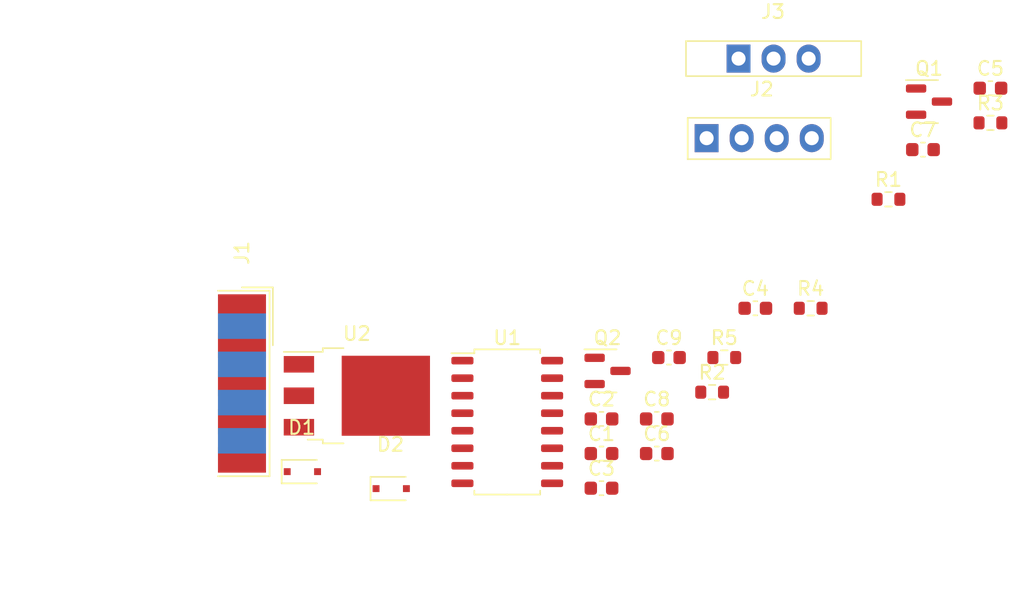
<source format=kicad_pcb>
(kicad_pcb (version 20211014) (generator pcbnew)
  (layers (0 "F.Cu" signal) (31 "B.Cu" signal) (34 "B.Paste" user) (35 "F.Paste" user) (36 "B.SilkS" user "B.Silkscreen") (37 "F.SilkS" user "F.Silkscreen") (38 "B.Mask" user) (39 "F.Mask" user) (44 "Edge.Cuts" user))
  (net 0 "")
  (net 1 "+5V")
  (net 2 "GNDREF")
  (net 3 "Net-(U1-Pad4)")
  (net 4 "+24V")
  (net 5 "CCTALK-DATA")
  (net 6 "TX")
  (net 8 "TXout")
  (net 9 "RXout")
  (net 15 "RX")
  (net 16 "Net-(Q1-Pad1)")
  (net 17 "Net-(Q1-Pad3)")
  (net 18 "Net-(Q2-Pad1)")
  (net 19 "Net-(Q2-Pad3)")
  (net 24 "Net-(C1-Pad2)")
  (net 25 "Net-(C2-Pad1)")
  (net 26 "Net-(C3-Pad2)")
  (net 27 "Net-(C6-Pad1)")
  (net 28 "Net-(C6-Pad2)")
  (net 29 "Net-(D2-Pad2)")
  (footprint "RS232-to-CCtalk-converter-lib:C_0603_1608Metric" (layer "F.Cu") (at 148.31 88.53)
    (fp_text reference "C4" (at 0 -1.43) (layer "F.SilkS"))
    (fp_text value "1uF")
    (fp_line (start -0.14058 -0.51) (end 0.14058 -0.51) (layer "F.SilkS") (width 0.12))
    (fp_line (start -0.14058 0.51) (end 0.14058 0.51) (layer "F.SilkS") (width 0.12))
    (pad "1" smd roundrect (at -0.775 0) (size 0.9 0.95) (layers "F.Cu" "F.Paste" "F.Mask") (net 1 "+5V"))
    (pad "2" smd roundrect (at 0.775 0) (size 0.9 0.95) (layers "F.Cu" "F.Paste" "F.Mask") (net 2 "GNDREF"))
  )
  (footprint "RS232-to-CCtalk-converter-lib:R_0603_1608Metric" (layer "F.Cu") (at 145.18 94.61)
    (fp_text reference "R2" (at 0 -1.43) (layer "F.SilkS"))
    (fp_text value "56R")
    (fp_line (start -0.237258 0.5225) (end 0.237258 0.5225) (layer "F.SilkS") (width 0.12))
    (fp_line (start -0.237258 -0.5225) (end 0.237258 -0.5225) (layer "F.SilkS") (width 0.12))
    (pad "1" smd roundrect (at -0.825 0) (size 0.8 0.95) (layers "F.Cu" "F.Paste" "F.Mask") (net 17 "Net-(Q1-Pad3)"))
    (pad "2" smd roundrect (at 0.825 0) (size 0.8 0.95) (layers "F.Cu" "F.Paste" "F.Mask") (net 5 "CCTALK-DATA"))
  )
  (footprint "RS232-to-CCtalk-converter-lib:C_0603_1608Metric" (layer "F.Cu") (at 137.16 96.55)
    (fp_text reference "C2" (at 0 -1.43) (layer "F.SilkS"))
    (fp_text value "1uF")
    (fp_line (start -0.14058 -0.51) (end 0.14058 -0.51) (layer "F.SilkS") (width 0.12))
    (fp_line (start -0.14058 0.51) (end 0.14058 0.51) (layer "F.SilkS") (width 0.12))
    (pad "1" smd roundrect (at -0.775 0) (size 0.9 0.95) (layers "F.Cu" "F.Paste" "F.Mask") (net 25 "Net-(C2-Pad1)"))
    (pad "2" smd roundrect (at 0.775 0) (size 0.9 0.95) (layers "F.Cu" "F.Paste" "F.Mask") (net 2 "GNDREF"))
  )
  (footprint "RS232-to-CCtalk-converter-lib:R_0603_1608Metric" (layer "F.Cu") (at 152.32 88.53)
    (fp_text reference "R4" (at 0 -1.43) (layer "F.SilkS"))
    (fp_text value "10K")
    (fp_line (start -0.237258 0.5225) (end 0.237258 0.5225) (layer "F.SilkS") (width 0.12))
    (fp_line (start -0.237258 -0.5225) (end 0.237258 -0.5225) (layer "F.SilkS") (width 0.12))
    (pad "1" smd roundrect (at -0.825 0) (size 0.8 0.95) (layers "F.Cu" "F.Paste" "F.Mask") (net 19 "Net-(Q2-Pad3)"))
    (pad "2" smd roundrect (at 0.825 0) (size 0.8 0.95) (layers "F.Cu" "F.Paste" "F.Mask") (net 16 "Net-(Q1-Pad1)"))
  )
  (footprint "RS232-to-CCtalk-converter-lib:C_0603_1608Metric" (layer "F.Cu") (at 141.17 96.55)
    (fp_text reference "C8" (at 0 -1.43) (layer "F.SilkS"))
    (fp_text value "10uF")
    (fp_line (start -0.14058 -0.51) (end 0.14058 -0.51) (layer "F.SilkS") (width 0.12))
    (fp_line (start -0.14058 0.51) (end 0.14058 0.51) (layer "F.SilkS") (width 0.12))
    (pad "1" smd roundrect (at -0.775 0) (size 0.9 0.95) (layers "F.Cu" "F.Paste" "F.Mask") (net 1 "+5V"))
    (pad "2" smd roundrect (at 0.775 0) (size 0.9 0.95) (layers "F.Cu" "F.Paste" "F.Mask") (net 2 "GNDREF"))
  )
  (footprint "RS232-to-CCtalk-converter-lib:R_0603_1608Metric" (layer "F.Cu") (at 157.96 80.63)
    (fp_text reference "R1" (at 0 -1.43) (layer "F.SilkS"))
    (fp_text value "10K")
    (fp_line (start -0.237258 -0.5225) (end 0.237258 -0.5225) (layer "F.SilkS") (width 0.12))
    (fp_line (start -0.237258 0.5225) (end 0.237258 0.5225) (layer "F.SilkS") (width 0.12))
    (pad "1" smd roundrect (at -0.825 0) (size 0.8 0.95) (layers "F.Cu" "F.Paste" "F.Mask") (net 1 "+5V"))
    (pad "2" smd roundrect (at 0.825 0) (size 0.8 0.95) (layers "F.Cu" "F.Paste" "F.Mask") (net 5 "CCTALK-DATA"))
  )
  (footprint "RS232-to-CCtalk-converter-lib:SOT-23" (layer "F.Cu") (at 160.9 73.55)
    (fp_text reference "Q1" (at 0 -2.4) (layer "F.SilkS"))
    (fp_text value "BC847")
    (fp_line (start 0 1.56) (end -0.65 1.56) (layer "F.SilkS") (width 0.12))
    (fp_line (start 0 1.56) (end 0.65 1.56) (layer "F.SilkS") (width 0.12))
    (fp_line (start 0 -1.56) (end -1.675 -1.56) (layer "F.SilkS") (width 0.12))
    (fp_line (start 0 -1.56) (end 0.65 -1.56) (layer "F.SilkS") (width 0.12))
    (pad "1" smd roundrect (at -0.9375 -0.95) (size 1.475 0.6) (layers "F.Cu" "F.Paste" "F.Mask") (net 16 "Net-(Q1-Pad1)"))
    (pad "2" smd roundrect (at -0.9375 0.95) (size 1.475 0.6) (layers "F.Cu" "F.Paste" "F.Mask") (net 2 "GNDREF"))
    (pad "3" smd roundrect (at 0.9375 0) (size 1.475 0.6) (layers "F.Cu" "F.Paste" "F.Mask") (net 17 "Net-(Q1-Pad3)"))
  )
  (footprint "RS232-to-CCtalk-converter-lib:R_0603_1608Metric" (layer "F.Cu") (at 146.06 92.1)
    (fp_text reference "R5" (at 0 -1.43) (layer "F.SilkS"))
    (fp_text value "100K")
    (fp_line (start -0.237258 -0.5225) (end 0.237258 -0.5225) (layer "F.SilkS") (width 0.12))
    (fp_line (start -0.237258 0.5225) (end 0.237258 0.5225) (layer "F.SilkS") (width 0.12))
    (pad "1" smd roundrect (at -0.825 0) (size 0.8 0.95) (layers "F.Cu" "F.Paste" "F.Mask") (net 2 "GNDREF"))
    (pad "2" smd roundrect (at 0.825 0) (size 0.8 0.95) (layers "F.Cu" "F.Paste" "F.Mask") (net 16 "Net-(Q1-Pad1)"))
  )
  (footprint "RS232-to-CCtalk-converter-lib:C_0603_1608Metric" (layer "F.Cu") (at 137.16 101.57)
    (fp_text reference "C3" (at 0 -1.43) (layer "F.SilkS"))
    (fp_text value "1uF")
    (fp_line (start -0.14058 -0.51) (end 0.14058 -0.51) (layer "F.SilkS") (width 0.12))
    (fp_line (start -0.14058 0.51) (end 0.14058 0.51) (layer "F.SilkS") (width 0.12))
    (pad "1" smd roundrect (at -0.775 0) (size 0.9 0.95) (layers "F.Cu" "F.Paste" "F.Mask") (net 3 "Net-(U1-Pad4)"))
    (pad "2" smd roundrect (at 0.775 0) (size 0.9 0.95) (layers "F.Cu" "F.Paste" "F.Mask") (net 26 "Net-(C3-Pad2)"))
  )
  (footprint "RS232-to-CCtalk-converter-lib:D_SOD-323F" (layer "F.Cu") (at 115.48 100.37)
    (fp_text reference "D1" (at -0.0508 -3.2004) (layer "F.SilkS"))
    (fp_text value "BAT54J")
    (fp_line (start -1.5 -0.85) (end -1.5 0.85) (layer "F.SilkS") (width 0.12))
    (fp_line (start -1.5 0.85) (end 1.05 0.85) (layer "F.SilkS") (width 0.12))
    (fp_line (start -1.5 -0.85) (end 1.05 -0.85) (layer "F.SilkS") (width 0.12))
    (pad "1" smd rect (at -1.1 0) (size 0.5 0.5) (layers "F.Cu" "F.Paste" "F.Mask") (net 5 "CCTALK-DATA"))
    (pad "2" smd rect (at 1.1 0) (size 0.5 0.5) (layers "F.Cu" "F.Paste" "F.Mask") (net 6 "TX"))
  )
  (footprint "RS232-to-CCtalk-converter-lib:C_0603_1608Metric" (layer "F.Cu") (at 142.05 92.1)
    (fp_text reference "C9" (at 0 -1.43) (layer "F.SilkS"))
    (fp_text value "100nF")
    (fp_line (start -0.14058 -0.51) (end 0.14058 -0.51) (layer "F.SilkS") (width 0.12))
    (fp_line (start -0.14058 0.51) (end 0.14058 0.51) (layer "F.SilkS") (width 0.12))
    (pad "1" smd roundrect (at -0.775 0) (size 0.9 0.95) (layers "F.Cu" "F.Paste" "F.Mask") (net 1 "+5V"))
    (pad "2" smd roundrect (at 0.775 0) (size 0.9 0.95) (layers "F.Cu" "F.Paste" "F.Mask") (net 2 "GNDREF"))
  )
  (footprint "RS232-to-CCtalk-converter-lib:FanPinHeader_1x04_P2.54mm_Vertical" (layer "F.Cu") (at 144.78 76.2)
    (fp_text reference "J2" (at 4 -3.55) (layer "F.SilkS"))
    (fp_text value "Conn_01x04")
    (fp_rect (start -1.3716 1.524) (end 8.9916 -1.4732) (layer "F.SilkS") (width 0.12) (fill none))
    (pad "1" thru_hole rect (at 0 0 90) (size 2.03 1.73) (drill 1.02) (layers *.Cu *.Mask) (net 1 "+5V"))
    (pad "2" thru_hole oval (at 2.54 0 90) (size 2.03 1.73) (drill 1.02) (layers *.Cu *.Mask) (net 15 "RX"))
    (pad "3" thru_hole oval (at 5.08 0 90) (size 2.03 1.73) (drill 1.02) (layers *.Cu *.Mask) (net 6 "TX"))
    (pad "4" thru_hole oval (at 7.62 0 90) (size 2.03 1.73) (drill 1.02) (layers *.Cu *.Mask) (net 2 "GNDREF"))
  )
  (footprint "RS232-to-CCtalk-converter-lib:DSUB-9_Male_EdgeMount_P2.77mm" (layer "F.Cu") (at 111.1025 93.98 -90)
    (fp_text reference "J1" (at -9.463333 0 90) (layer "F.SilkS"))
    (fp_text value "DB9_Male")
    (fp_line (start 6.723333 1.74) (end 6.723333 -2) (layer "F.SilkS") (width 0.12))
    (fp_line (start -6.723333 -2) (end -6.723333 1.74) (layer "F.SilkS") (width 0.12))
    (fp_line (start -6.963333 -2.24) (end -2.77 -2.24) (layer "F.SilkS") (width 0.12))
    (fp_line (start -6.963333 0) (end -6.963333 -2.24) (layer "F.SilkS") (width 0.12))
    (fp_line (start 6.723333 -2) (end -6.723333 -2) (layer "F.SilkS") (width 0.12))
    (pad "1" smd rect (at -5.54 0 270) (size 1.846667 3.48) (layers "F.Cu" "F.Paste" "F.Mask"))
    (pad "2" smd rect (at -2.77 0 270) (size 1.846667 3.48) (layers "F.Cu" "F.Paste" "F.Mask") (net 8 "TXout"))
    (pad "3" smd rect (at 0 0 270) (size 1.846667 3.48) (layers "F.Cu" "F.Paste" "F.Mask") (net 9 "RXout"))
    (pad "4" smd rect (at 2.77 0 270) (size 1.846667 3.48) (layers "F.Cu" "F.Paste" "F.Mask"))
    (pad "5" smd rect (at 5.54 0 270) (size 1.846667 3.48) (layers "F.Cu" "F.Paste" "F.Mask") (net 2 "GNDREF"))
    (pad "6" smd rect (at -4.155 0 270) (size 1.846667 3.48) (layers "B.Cu" "B.Paste" "B.Mask"))
    (pad "7" smd rect (at -1.385 0 270) (size 1.846667 3.48) (layers "B.Cu" "B.Paste" "B.Mask"))
    (pad "8" smd rect (at 1.385 0 270) (size 1.846667 3.48) (layers "B.Cu" "B.Paste" "B.Mask"))
    (pad "9" smd rect (at 4.155 0 270) (size 1.846667 3.48) (layers "B.Cu" "B.Paste" "B.Mask"))
  )
  (footprint "RS232-to-CCtalk-converter-lib:R_0603_1608Metric" (layer "F.Cu") (at 165.35 75.09)
    (fp_text reference "R3" (at 0 -1.43) (layer "F.SilkS"))
    (fp_text value "10K")
    (fp_line (start -0.237258 0.5225) (end 0.237258 0.5225) (layer "F.SilkS") (width 0.12))
    (fp_line (start -0.237258 -0.5225) (end 0.237258 -0.5225) (layer "F.SilkS") (width 0.12))
    (pad "1" smd roundrect (at -0.825 0) (size 0.8 0.95) (layers "F.Cu" "F.Paste" "F.Mask") (net 15 "RX"))
    (pad "2" smd roundrect (at 0.825 0) (size 0.8 0.95) (layers "F.Cu" "F.Paste" "F.Mask") (net 18 "Net-(Q2-Pad1)"))
  )
  (footprint "RS232-to-CCtalk-converter-lib:C_0603_1608Metric" (layer "F.Cu") (at 141.17 99.06)
    (fp_text reference "C6" (at 0 -1.43) (layer "F.SilkS"))
    (fp_text value "1uF")
    (fp_line (start -0.14058 0.51) (end 0.14058 0.51) (layer "F.SilkS") (width 0.12))
    (fp_line (start -0.14058 -0.51) (end 0.14058 -0.51) (layer "F.SilkS") (width 0.12))
    (pad "1" smd roundrect (at -0.775 0) (size 0.9 0.95) (layers "F.Cu" "F.Paste" "F.Mask") (net 27 "Net-(C6-Pad1)"))
    (pad "2" smd roundrect (at 0.775 0) (size 0.9 0.95) (layers "F.Cu" "F.Paste" "F.Mask") (net 28 "Net-(C6-Pad2)"))
  )
  (footprint "RS232-to-CCtalk-converter-lib:C_0603_1608Metric" (layer "F.Cu") (at 160.46 77.03)
    (fp_text reference "C7" (at 0 -1.43) (layer "F.SilkS"))
    (fp_text value "0.33uF")
    (fp_line (start -0.14058 0.51) (end 0.14058 0.51) (layer "F.SilkS") (width 0.12))
    (fp_line (start -0.14058 -0.51) (end 0.14058 -0.51) (layer "F.SilkS") (width 0.12))
    (pad "1" smd roundrect (at -0.775 0) (size 0.9 0.95) (layers "F.Cu" "F.Paste" "F.Mask") (net 4 "+24V"))
    (pad "2" smd roundrect (at 0.775 0) (size 0.9 0.95) (layers "F.Cu" "F.Paste" "F.Mask") (net 2 "GNDREF"))
  )
  (footprint "RS232-to-CCtalk-converter-lib:C_0603_1608Metric" (layer "F.Cu") (at 165.35 72.58)
    (fp_text reference "C5" (at 0 -1.43) (layer "F.SilkS"))
    (fp_text value "100nF")
    (fp_line (start -0.14058 0.51) (end 0.14058 0.51) (layer "F.SilkS") (width 0.12))
    (fp_line (start -0.14058 -0.51) (end 0.14058 -0.51) (layer "F.SilkS") (width 0.12))
    (pad "1" smd roundrect (at -0.775 0) (size 0.9 0.95) (layers "F.Cu" "F.Paste" "F.Mask") (net 1 "+5V"))
    (pad "2" smd roundrect (at 0.775 0) (size 0.9 0.95) (layers "F.Cu" "F.Paste" "F.Mask") (net 2 "GNDREF"))
  )
  (footprint "RS232-to-CCtalk-converter-lib:C_0603_1608Metric" (layer "F.Cu") (at 137.16 99.06)
    (fp_text reference "C1" (at 0 -1.43) (layer "F.SilkS"))
    (fp_text value "1uF")
    (fp_line (start -0.14058 0.51) (end 0.14058 0.51) (layer "F.SilkS") (width 0.12))
    (fp_line (start -0.14058 -0.51) (end 0.14058 -0.51) (layer "F.SilkS") (width 0.12))
    (pad "1" smd roundrect (at -0.775 0) (size 0.9 0.95) (layers "F.Cu" "F.Paste" "F.Mask") (net 1 "+5V"))
    (pad "2" smd roundrect (at 0.775 0) (size 0.9 0.95) (layers "F.Cu" "F.Paste" "F.Mask") (net 24 "Net-(C1-Pad2)"))
  )
  (footprint "RS232-to-CCtalk-converter-lib:SOT-23" (layer "F.Cu") (at 137.6 93.07)
    (fp_text reference "Q2" (at 0 -2.4) (layer "F.SilkS"))
    (fp_text value "BC856")
    (fp_line (start 0 -1.56) (end 0.65 -1.56) (layer "F.SilkS") (width 0.12))
    (fp_line (start 0 1.56) (end 0.65 1.56) (layer "F.SilkS") (width 0.12))
    (fp_line (start 0 1.56) (end -0.65 1.56) (layer "F.SilkS") (width 0.12))
    (fp_line (start 0 -1.56) (end -1.675 -1.56) (layer "F.SilkS") (width 0.12))
    (pad "1" smd roundrect (at -0.9375 -0.95) (size 1.475 0.6) (layers "F.Cu" "F.Paste" "F.Mask") (net 18 "Net-(Q2-Pad1)"))
    (pad "2" smd roundrect (at -0.9375 0.95) (size 1.475 0.6) (layers "F.Cu" "F.Paste" "F.Mask") (net 1 "+5V"))
    (pad "3" smd roundrect (at 0.9375 0) (size 1.475 0.6) (layers "F.Cu" "F.Paste" "F.Mask") (net 19 "Net-(Q2-Pad3)"))
  )
  (footprint "RS232-to-CCtalk-converter-lib:SOIC-16_4.55x10.3mm_P1.27mm" (layer "F.Cu") (at 130.33 96.77)
    (fp_text reference "U1" (at 0 -6.1 -180) (layer "F.SilkS"))
    (fp_text value "ST232B")
    (fp_line (start -2.385 -5.26) (end -2.385 -4.98) (layer "F.SilkS") (width 0.12))
    (fp_line (start -2.385 -4.98) (end -4.05 -4.98) (layer "F.SilkS") (width 0.12))
    (fp_line (start 2.385 -5.26) (end 2.385 -4.98) (layer "F.SilkS") (width 0.12))
    (fp_line (start 2.385 5.26) (end 2.385 4.98) (layer "F.SilkS") (width 0.12))
    (fp_line (start 0 -5.26) (end 2.385 -5.26) (layer "F.SilkS") (width 0.12))
    (fp_line (start 0 -5.26) (end -2.385 -5.26) (layer "F.SilkS") (width 0.12))
    (fp_line (start 0 5.26) (end -2.385 5.26) (layer "F.SilkS") (width 0.12))
    (fp_line (start 0 5.26) (end 2.385 5.26) (layer "F.SilkS") (width 0.12))
    (fp_line (start -2.385 5.26) (end -2.385 4.98) (layer "F.SilkS") (width 0.12))
    (pad "1" smd roundrect (at -3.25 -4.445) (size 1.6 0.55) (layers "F.Cu" "F.Paste" "F.Mask") (net 27 "Net-(C6-Pad1)"))
    (pad "2" smd roundrect (at -3.25 -3.175) (size 1.6 0.55) (layers "F.Cu" "F.Paste" "F.Mask") (net 24 "Net-(C1-Pad2)"))
    (pad "3" smd roundrect (at -3.25 -1.905) (size 1.6 0.55) (layers "F.Cu" "F.Paste" "F.Mask") (net 28 "Net-(C6-Pad2)"))
    (pad "4" smd roundrect (at -3.25 -0.635) (size 1.6 0.55) (layers "F.Cu" "F.Paste" "F.Mask") (net 3 "Net-(U1-Pad4)"))
    (pad "5" smd roundrect (at -3.25 0.635) (size 1.6 0.55) (layers "F.Cu" "F.Paste" "F.Mask") (net 26 "Net-(C3-Pad2)"))
    (pad "6" smd roundrect (at -3.25 1.905) (size 1.6 0.55) (layers "F.Cu" "F.Paste" "F.Mask") (net 25 "Net-(C2-Pad1)"))
    (pad "7" smd roundrect (at -3.25 3.175) (size 1.6 0.55) (layers "F.Cu" "F.Paste" "F.Mask"))
    (pad "8" smd roundrect (at -3.25 4.445) (size 1.6 0.55) (layers "F.Cu" "F.Paste" "F.Mask"))
    (pad "9" smd roundrect (at 3.25 4.445) (size 1.6 0.55) (layers "F.Cu" "F.Paste" "F.Mask"))
    (pad "10" smd roundrect (at 3.25 3.175) (size 1.6 0.55) (layers "F.Cu" "F.Paste" "F.Mask"))
    (pad "11" smd roundrect (at 3.25 1.905) (size 1.6 0.55) (layers "F.Cu" "F.Paste" "F.Mask") (net 6 "TX"))
    (pad "12" smd roundrect (at 3.25 0.635) (size 1.6 0.55) (layers "F.Cu" "F.Paste" "F.Mask") (net 15 "RX"))
    (pad "13" smd roundrect (at 3.25 -0.635) (size 1.6 0.55) (layers "F.Cu" "F.Paste" "F.Mask") (net 9 "RXout"))
    (pad "14" smd roundrect (at 3.25 -1.905) (size 1.6 0.55) (layers "F.Cu" "F.Paste" "F.Mask") (net 8 "TXout"))
    (pad "15" smd roundrect (at 3.25 -3.175) (size 1.6 0.55) (layers "F.Cu" "F.Paste" "F.Mask") (net 2 "GNDREF"))
    (pad "16" smd roundrect (at 3.25 -4.445) (size 1.6 0.55) (layers "F.Cu" "F.Paste" "F.Mask") (net 1 "+5V"))
  )
  (footprint "RS232-to-CCtalk-converter-lib:FanPinHeader_1x03_P2.54mm_Vertical" (layer "F.Cu") (at 147.094 70.434)
    (fp_text reference "J3" (at 2.5 -3.4) (layer "F.SilkS"))
    (fp_text value "Conn_01x03")
    (fp_rect (start -3.81 -1.27) (end 8.89 1.27) (layer "F.SilkS") (width 0.12) (fill none))
    (pad "1" thru_hole rect (at 0 0 90) (size 2.03 1.73) (drill 1.02) (layers *.Cu *.Mask) (net 29 "Net-(D2-Pad2)"))
    (pad "2" thru_hole oval (at 2.54 0 90) (size 2.03 1.73) (drill 1.02) (layers *.Cu *.Mask) (net 5 "CCTALK-DATA"))
    (pad "3" thru_hole oval (at 5.08 0 90) (size 2.03 1.73) (drill 1.02) (layers *.Cu *.Mask) (net 2 "GNDREF"))
  )
  (footprint "RS232-to-CCtalk-converter-lib:TO-252-3_TabPin2" (layer "F.Cu") (at 119.43 94.87)
    (fp_text reference "U2" (at 0 -4.5) (layer "F.SilkS"))
    (fp_text value "L7805")
    (fp_line (start -0.97 3.45) (end -2.47 3.45) (layer "F.SilkS") (width 0.12))
    (fp_line (start -2.47 3.18) (end -3.57 3.18) (layer "F.SilkS") (width 0.12))
    (fp_line (start -2.47 -3.45) (end -2.47 -3.18) (layer "F.SilkS") (width 0.12))
    (fp_line (start -2.47 3.45) (end -2.47 3.18) (layer "F.SilkS") (width 0.12))
    (fp_line (start -2.47 -3.18) (end -5.3 -3.18) (layer "F.SilkS") (width 0.12))
    (fp_line (start -0.97 -3.45) (end -2.47 -3.45) (layer "F.SilkS") (width 0.12))
    (pad "1" smd rect (at -4.2 -2.28) (size 2.2 1.2) (layers "F.Cu" "F.Paste" "F.Mask") (net 4 "+24V"))
    (pad "2" smd rect (at 2.1 0) (size 6.4 5.8) (layers "F.Cu" "F.Mask") (net 2 "GNDREF"))
    (pad "2" smd rect (at -4.2 0) (size 2.2 1.2) (layers "F.Cu" "F.Paste" "F.Mask") (net 2 "GNDREF"))
    (pad "3" smd rect (at -4.2 2.28) (size 2.2 1.2) (layers "F.Cu" "F.Paste" "F.Mask") (net 1 "+5V"))
  )
  (footprint "RS232-to-CCtalk-converter-lib:D_SOD-323F" (layer "F.Cu") (at 121.92 101.6)
    (fp_text reference "D2" (at -0.0508 -3.2004) (layer "F.SilkS"))
    (fp_text value "BAT760")
    (fp_line (start -1.5 -0.85) (end 1.05 -0.85) (layer "F.SilkS") (width 0.12))
    (fp_line (start -1.5 -0.85) (end -1.5 0.85) (layer "F.SilkS") (width 0.12))
    (fp_line (start -1.5 0.85) (end 1.05 0.85) (layer "F.SilkS") (width 0.12))
    (pad "1" smd rect (at -1.1 0) (size 0.5 0.5) (layers "F.Cu" "F.Paste" "F.Mask") (net 4 "+24V"))
    (pad "2" smd rect (at 1.1 0) (size 0.5 0.5) (layers "F.Cu" "F.Paste" "F.Mask") (net 29 "Net-(D2-Pad2)"))
  )
)
</source>
